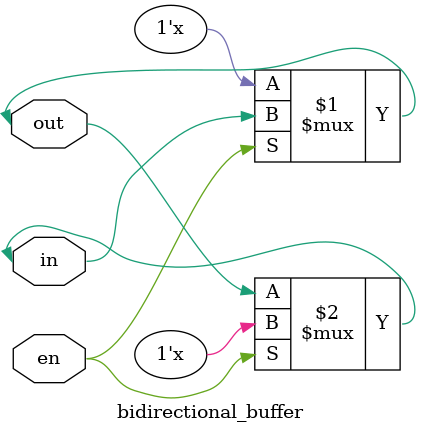
<source format=v>

module bidirectional_buffer(in,out,en);
inout in,out;
input en;
//if(en)assign out = in;
//if(~en)assign in = out;
bufif1 g1(out,in,en);
bufif0 g2(in,out,en);
endmodule
</source>
